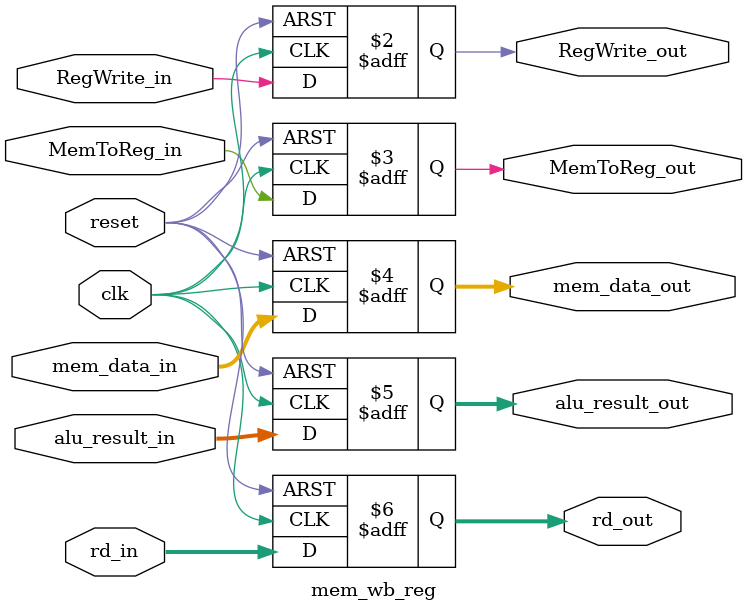
<source format=v>

module mem_wb_reg (
    input clk,
    input reset,

    // Control & data coming from MEM stage
    input        RegWrite_in,
    input        MemToReg_in,
    input [31:0] mem_data_in,     // data read from memory (loads)
    input [31:0] alu_result_in,   // ALU result for ALU instructions
    input [4:0]  rd_in,           // destination register

    // Outputs into WB stage
    output reg        RegWrite_out,
    output reg        MemToReg_out,
    output reg [31:0] mem_data_out,
    output reg [31:0] alu_result_out,
    output reg [4:0]  rd_out
);

    // ---------------------------------------------------------
    // Pipeline storage: reset clears everything, normal
    // operation copies MEM signals into WB stage on each cycle.
    // ---------------------------------------------------------
    always @(posedge clk or posedge reset) begin
        if (reset) begin
            RegWrite_out   <= 0;
            MemToReg_out   <= 0;
            mem_data_out   <= 0;
            alu_result_out <= 0;
            rd_out         <= 0;
        end else begin
            RegWrite_out   <= RegWrite_in;
            MemToReg_out   <= MemToReg_in;
            mem_data_out   <= mem_data_in;
            alu_result_out <= alu_result_in;
            rd_out         <= rd_in;
        end
    end

endmodule

</source>
